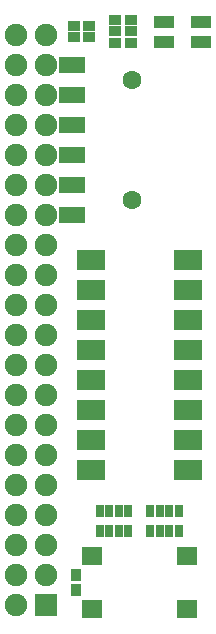
<source format=gbr>
G04 DipTrace 2.4.0.2*
%INTopMask.gbr*%
%MOMM*%
%ADD31C,1.6*%
%ADD35R,1.8X1.6*%
%ADD37R,2.35X1.7*%
%ADD39R,0.9X1.1*%
%ADD41R,0.65X1.1*%
%ADD43R,1.1X0.9*%
%ADD45C,1.9*%
%ADD47R,1.9X1.9*%
%ADD49R,1.7X1.1*%
%ADD51R,2.2X1.47*%
%FSLAX53Y53*%
G04*
G71*
G90*
G75*
G01*
%LNTopMask*%
%LPD*%
D51*
X16626Y57880D3*
Y55340D3*
Y52800D3*
Y50260D3*
Y47720D3*
Y45180D3*
D31*
X21696Y56610D3*
Y46450D3*
D49*
X24419Y61532D3*
X27519D3*
X24419Y59832D3*
X27519D3*
D47*
X14453Y12201D3*
D45*
X11913D3*
X14453Y14741D3*
X11913D3*
X14453Y17281D3*
X11913D3*
X14453Y19821D3*
X11913D3*
X14453Y22361D3*
X11913D3*
X14453Y24901D3*
X11913D3*
X14453Y27441D3*
X11913D3*
X14453Y29981D3*
X11913D3*
X14453Y32521D3*
X11913D3*
X14453Y35061D3*
X11913D3*
X14453Y37601D3*
X11913D3*
X14453Y40141D3*
X11913D3*
X14453Y42681D3*
X11913D3*
X14453Y45221D3*
X11913D3*
X14453Y47761D3*
X11913D3*
X14453Y50301D3*
X11913D3*
X14453Y52841D3*
X11913D3*
X14453Y55381D3*
X11913D3*
X14453Y57921D3*
X11913D3*
X14453Y60461D3*
X11913D3*
D43*
X20280Y59785D3*
X21580D3*
X20280Y60738D3*
X21580D3*
X20280Y61690D3*
X21580D3*
D41*
X25669Y20101D3*
X24869D3*
X24069D3*
X23269D3*
Y18401D3*
X24069D3*
X24869D3*
X25669D3*
X21382Y20101D3*
X20582D3*
X19782D3*
X18982D3*
Y18401D3*
X19782D3*
X20582D3*
X21382D3*
D39*
X16986Y13433D3*
Y14733D3*
D43*
X18097Y60262D3*
X16797D3*
X18097Y61214D3*
X16797D3*
D37*
X18207Y41376D3*
Y38836D3*
Y36296D3*
Y33756D3*
Y31216D3*
Y28676D3*
Y26136D3*
Y23596D3*
X26467D3*
Y26136D3*
Y28676D3*
Y31216D3*
Y33756D3*
Y36296D3*
Y38836D3*
Y41376D3*
D35*
X26331Y11789D3*
X18331D3*
X26331Y16289D3*
X18331D3*
M02*

</source>
